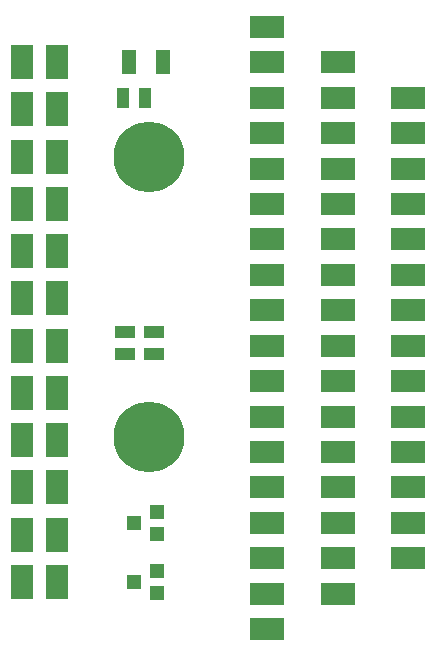
<source format=gts>
G04 #@! TF.GenerationSoftware,KiCad,Pcbnew,(5.99.0-492-g30da2b31e)*
G04 #@! TF.CreationDate,2019-12-11T09:50:33+01:00*
G04 #@! TF.ProjectId,LED_Panel_Hex,4c45445f-5061-46e6-956c-5f4865782e6b,rev?*
G04 #@! TF.SameCoordinates,Original*
G04 #@! TF.FileFunction,Soldermask,Top*
G04 #@! TF.FilePolarity,Negative*
%FSLAX46Y46*%
G04 Gerber Fmt 4.6, Leading zero omitted, Abs format (unit mm)*
G04 Created by KiCad (PCBNEW (5.99.0-492-g30da2b31e)) date 2019-12-11 09:50:33*
%MOMM*%
%LPD*%
G04 APERTURE LIST*
%ADD10R,1.700000X1.100000*%
%ADD11R,1.100000X1.700000*%
%ADD12C,6.000000*%
%ADD13R,1.900000X3.000000*%
%ADD14R,3.000000X1.900000*%
%ADD15R,1.300000X1.200000*%
%ADD16R,1.300000X2.100000*%
G04 APERTURE END LIST*
D10*
X113250000Y-94200000D03*
X113250000Y-92300000D03*
X110750000Y-94200000D03*
X110750000Y-92300000D03*
D11*
X112450000Y-72500000D03*
X110550000Y-72500000D03*
D12*
X112750000Y-77500000D03*
X112750000Y-101250000D03*
D13*
X102000000Y-69500000D03*
X105000000Y-69500000D03*
X102000000Y-73500000D03*
X105000000Y-73500000D03*
D14*
X122750000Y-69500000D03*
X122750000Y-66500000D03*
X122750000Y-75500000D03*
X122750000Y-72500000D03*
X128750000Y-90500000D03*
X128750000Y-87500000D03*
X128750000Y-96500000D03*
X128750000Y-93500000D03*
D13*
X102000000Y-77500000D03*
X105000000Y-77500000D03*
X102000000Y-81500000D03*
X105000000Y-81500000D03*
D14*
X122750000Y-81500000D03*
X122750000Y-78500000D03*
X122750000Y-87500000D03*
X122750000Y-84500000D03*
X128750000Y-102500000D03*
X128750000Y-99500000D03*
X128750000Y-108500000D03*
X128750000Y-105500000D03*
D13*
X102000000Y-85500000D03*
X105000000Y-85500000D03*
X102000000Y-89500000D03*
X105000000Y-89500000D03*
D14*
X122750000Y-93500000D03*
X122750000Y-90500000D03*
X122750000Y-99500000D03*
X122750000Y-96500000D03*
X128750000Y-114500000D03*
X128750000Y-111500000D03*
X134750000Y-75500000D03*
X134750000Y-72500000D03*
D13*
X102000000Y-93500000D03*
X105000000Y-93500000D03*
X102000000Y-97500000D03*
X105000000Y-97500000D03*
D14*
X122750000Y-105500000D03*
X122750000Y-102500000D03*
X122750000Y-111500000D03*
X122750000Y-108500000D03*
X134750000Y-81500000D03*
X134750000Y-78500000D03*
X134750000Y-87500000D03*
X134750000Y-84500000D03*
D13*
X102000000Y-101500000D03*
X105000000Y-101500000D03*
X102000000Y-105500000D03*
X105000000Y-105500000D03*
D14*
X122750000Y-117500000D03*
X122750000Y-114500000D03*
X128750000Y-72500000D03*
X128750000Y-69500000D03*
X134750000Y-93500000D03*
X134750000Y-90500000D03*
X134750000Y-99500000D03*
X134750000Y-96500000D03*
D13*
X102000000Y-109500000D03*
X105000000Y-109500000D03*
X102000000Y-113500000D03*
X105000000Y-113500000D03*
D14*
X128750000Y-78500000D03*
X128750000Y-75500000D03*
X128750000Y-84500000D03*
X128750000Y-81500000D03*
X134750000Y-105500000D03*
X134750000Y-102500000D03*
X134750000Y-111500000D03*
X134750000Y-108500000D03*
D15*
X113500000Y-109450000D03*
X113500000Y-107550000D03*
X111500000Y-108500000D03*
X113500000Y-114450000D03*
X113500000Y-112550000D03*
X111500000Y-113500000D03*
D16*
X113950000Y-69500000D03*
X111050000Y-69500000D03*
M02*

</source>
